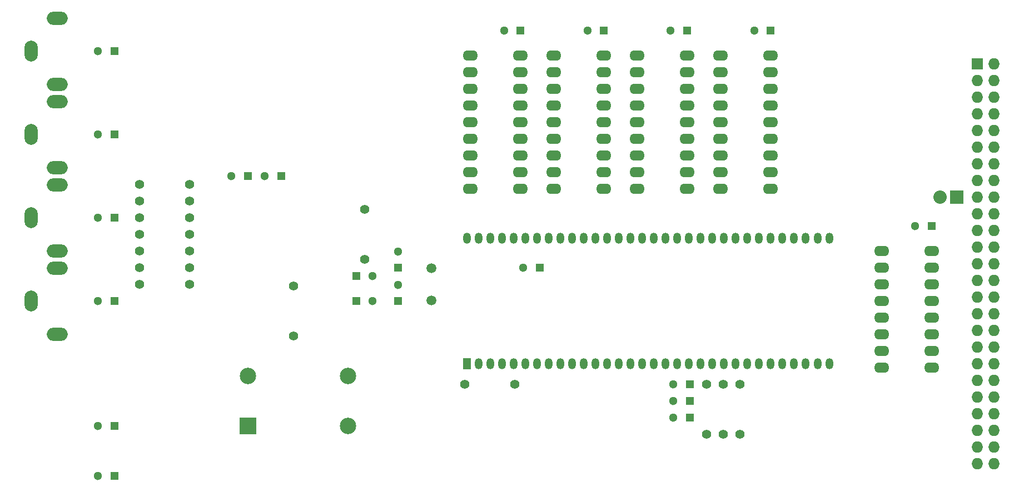
<source format=gbr>
G04 #@! TF.FileFunction,Soldermask,Bot*
%FSLAX46Y46*%
G04 Gerber Fmt 4.6, Leading zero omitted, Abs format (unit mm)*
G04 Created by KiCad (PCBNEW 4.0.2+dfsg1-stable) date Tue 27 Feb 2018 09:46:13 PM CET*
%MOMM*%
G01*
G04 APERTURE LIST*
%ADD10C,0.100000*%
%ADD11R,1.300000X1.300000*%
%ADD12C,1.300000*%
%ADD13R,1.727200X1.727200*%
%ADD14O,1.727200X1.727200*%
%ADD15R,2.032000X2.032000*%
%ADD16O,2.032000X2.032000*%
%ADD17O,3.197860X1.998980*%
%ADD18O,1.998980X3.197860*%
%ADD19R,1.200000X1.700000*%
%ADD20O,1.200000X1.700000*%
%ADD21O,2.300000X1.600000*%
%ADD22R,2.499360X2.499360*%
%ADD23C,2.499360*%
%ADD24C,1.501140*%
%ADD25C,1.397000*%
G04 APERTURE END LIST*
D10*
D11*
X127000000Y-96520000D03*
D12*
X127000000Y-94020000D03*
D13*
X215265000Y-65405000D03*
D14*
X217805000Y-65405000D03*
X215265000Y-67945000D03*
X217805000Y-67945000D03*
X215265000Y-70485000D03*
X217805000Y-70485000D03*
X215265000Y-73025000D03*
X217805000Y-73025000D03*
X215265000Y-75565000D03*
X217805000Y-75565000D03*
X215265000Y-78105000D03*
X217805000Y-78105000D03*
X215265000Y-80645000D03*
X217805000Y-80645000D03*
X215265000Y-83185000D03*
X217805000Y-83185000D03*
X215265000Y-85725000D03*
X217805000Y-85725000D03*
X215265000Y-88265000D03*
X217805000Y-88265000D03*
X215265000Y-90805000D03*
X217805000Y-90805000D03*
X215265000Y-93345000D03*
X217805000Y-93345000D03*
X215265000Y-95885000D03*
X217805000Y-95885000D03*
X215265000Y-98425000D03*
X217805000Y-98425000D03*
X215265000Y-100965000D03*
X217805000Y-100965000D03*
X215265000Y-103505000D03*
X217805000Y-103505000D03*
X215265000Y-106045000D03*
X217805000Y-106045000D03*
X215265000Y-108585000D03*
X217805000Y-108585000D03*
X215265000Y-111125000D03*
X217805000Y-111125000D03*
X215265000Y-113665000D03*
X217805000Y-113665000D03*
X215265000Y-116205000D03*
X217805000Y-116205000D03*
X215265000Y-118745000D03*
X217805000Y-118745000D03*
X215265000Y-121285000D03*
X217805000Y-121285000D03*
X215265000Y-123825000D03*
X217805000Y-123825000D03*
X215265000Y-126365000D03*
X217805000Y-126365000D03*
D11*
X127000000Y-101600000D03*
D12*
X127000000Y-99100000D03*
D11*
X183769000Y-60325000D03*
D12*
X181269000Y-60325000D03*
D11*
X158369000Y-60325000D03*
D12*
X155869000Y-60325000D03*
D11*
X171029000Y-60325000D03*
D12*
X168529000Y-60325000D03*
D11*
X145669000Y-60325000D03*
D12*
X143169000Y-60325000D03*
D11*
X208280000Y-90170000D03*
D12*
X205780000Y-90170000D03*
D11*
X148590000Y-96520000D03*
D12*
X146090000Y-96520000D03*
D11*
X171450000Y-116840000D03*
D12*
X168950000Y-116840000D03*
D11*
X171450000Y-114300000D03*
D12*
X168950000Y-114300000D03*
D11*
X120650000Y-101600000D03*
D12*
X123150000Y-101600000D03*
D11*
X171450000Y-119380000D03*
D12*
X168950000Y-119380000D03*
D11*
X120650000Y-97790000D03*
D12*
X123150000Y-97790000D03*
X81320000Y-120650000D03*
D11*
X83820000Y-120650000D03*
D12*
X81320000Y-63500000D03*
D11*
X83820000Y-63500000D03*
D12*
X81320000Y-128270000D03*
D11*
X83820000Y-128270000D03*
X104140000Y-82550000D03*
D12*
X101640000Y-82550000D03*
X81320000Y-76200000D03*
D11*
X83820000Y-76200000D03*
X109220000Y-82550000D03*
D12*
X106720000Y-82550000D03*
X81320000Y-88900000D03*
D11*
X83820000Y-88900000D03*
D12*
X81320000Y-101600000D03*
D11*
X83820000Y-101600000D03*
D15*
X212090000Y-85725000D03*
D16*
X209550000Y-85725000D03*
D17*
X75117960Y-68554600D03*
D18*
X71120000Y-63500000D03*
D17*
X75117960Y-58445400D03*
X75117960Y-81254600D03*
D18*
X71120000Y-76200000D03*
D17*
X75117960Y-71145400D03*
X75117960Y-93954600D03*
D18*
X71120000Y-88900000D03*
D17*
X75117960Y-83845400D03*
X75117960Y-106654600D03*
D18*
X71120000Y-101600000D03*
D17*
X75117960Y-96545400D03*
D19*
X137510000Y-111150400D03*
D20*
X139290000Y-111150400D03*
X141070000Y-111150400D03*
X142850000Y-111150400D03*
X144630000Y-111150400D03*
X146410000Y-111150400D03*
X148190000Y-111150400D03*
X149970000Y-111150400D03*
X151750000Y-111150400D03*
X153530000Y-111150400D03*
X155310000Y-111150400D03*
X157090000Y-111150400D03*
X158870000Y-111150400D03*
X160650000Y-111150400D03*
X162430000Y-111150400D03*
X164210000Y-111150400D03*
X165990000Y-111150400D03*
X167770000Y-111150400D03*
X169550000Y-111150400D03*
X171330000Y-111150400D03*
X173110000Y-111150400D03*
X174890000Y-111150400D03*
X176670000Y-111150400D03*
X178450000Y-111150400D03*
X180230000Y-111150400D03*
X182010000Y-111150400D03*
X183790000Y-111150400D03*
X185570000Y-111150400D03*
X187350000Y-111150400D03*
X189130000Y-111150400D03*
X190910000Y-111150400D03*
X192690000Y-111150400D03*
X192690000Y-92049600D03*
X190910000Y-92049600D03*
X189130000Y-92049600D03*
X187350000Y-92049600D03*
X185570000Y-92049600D03*
X183790000Y-92049600D03*
X182010000Y-92049600D03*
X180230000Y-92049600D03*
X178450000Y-92049600D03*
X176670000Y-92049600D03*
X174890000Y-92049600D03*
X173110000Y-92049600D03*
X171330000Y-92049600D03*
X169550000Y-92049600D03*
X167770000Y-92049600D03*
X165990000Y-92049600D03*
X164210000Y-92049600D03*
X162430000Y-92049600D03*
X160650000Y-92049600D03*
X158870000Y-92049600D03*
X157090000Y-92049600D03*
X155310000Y-92049600D03*
X153530000Y-92049600D03*
X151750000Y-92049600D03*
X149970000Y-92049600D03*
X148190000Y-92049600D03*
X146410000Y-92049600D03*
X144630000Y-92049600D03*
X142850000Y-92049600D03*
X141070000Y-92049600D03*
X139290000Y-92049600D03*
X137510000Y-92049600D03*
D21*
X183769000Y-84455000D03*
X183769000Y-81915000D03*
X183769000Y-79375000D03*
X183769000Y-76835000D03*
X183769000Y-74295000D03*
X183769000Y-71755000D03*
X183769000Y-69215000D03*
X183769000Y-66675000D03*
X183769000Y-64135000D03*
X176149000Y-64135000D03*
X176149000Y-66675000D03*
X176149000Y-69215000D03*
X176149000Y-71755000D03*
X176149000Y-74295000D03*
X176149000Y-76835000D03*
X176149000Y-79375000D03*
X176149000Y-81915000D03*
X176149000Y-84455000D03*
X158369000Y-84455000D03*
X158369000Y-81915000D03*
X158369000Y-79375000D03*
X158369000Y-76835000D03*
X158369000Y-74295000D03*
X158369000Y-71755000D03*
X158369000Y-69215000D03*
X158369000Y-66675000D03*
X158369000Y-64135000D03*
X150749000Y-64135000D03*
X150749000Y-66675000D03*
X150749000Y-69215000D03*
X150749000Y-71755000D03*
X150749000Y-74295000D03*
X150749000Y-76835000D03*
X150749000Y-79375000D03*
X150749000Y-81915000D03*
X150749000Y-84455000D03*
X171069000Y-84455000D03*
X171069000Y-81915000D03*
X171069000Y-79375000D03*
X171069000Y-76835000D03*
X171069000Y-74295000D03*
X171069000Y-71755000D03*
X171069000Y-69215000D03*
X171069000Y-66675000D03*
X171069000Y-64135000D03*
X163449000Y-64135000D03*
X163449000Y-66675000D03*
X163449000Y-69215000D03*
X163449000Y-71755000D03*
X163449000Y-74295000D03*
X163449000Y-76835000D03*
X163449000Y-79375000D03*
X163449000Y-81915000D03*
X163449000Y-84455000D03*
X145669000Y-84455000D03*
X145669000Y-81915000D03*
X145669000Y-79375000D03*
X145669000Y-76835000D03*
X145669000Y-74295000D03*
X145669000Y-71755000D03*
X145669000Y-69215000D03*
X145669000Y-66675000D03*
X145669000Y-64135000D03*
X138049000Y-64135000D03*
X138049000Y-66675000D03*
X138049000Y-69215000D03*
X138049000Y-71755000D03*
X138049000Y-74295000D03*
X138049000Y-76835000D03*
X138049000Y-79375000D03*
X138049000Y-81915000D03*
X138049000Y-84455000D03*
D22*
X104140000Y-120650000D03*
D23*
X119380000Y-120650000D03*
X119380000Y-113030000D03*
X104140000Y-113030000D03*
D24*
X132080000Y-101500940D03*
X132080000Y-96619060D03*
D25*
X173990000Y-121920000D03*
X173990000Y-114300000D03*
X176530000Y-121920000D03*
X176530000Y-114300000D03*
X179070000Y-121920000D03*
X179070000Y-114300000D03*
X111125000Y-106934000D03*
X111125000Y-99314000D03*
X144780000Y-114300000D03*
X137160000Y-114300000D03*
X95250000Y-83820000D03*
X87630000Y-83820000D03*
X95250000Y-86360000D03*
X87630000Y-86360000D03*
X95250000Y-88900000D03*
X87630000Y-88900000D03*
X95250000Y-91440000D03*
X87630000Y-91440000D03*
X121920000Y-87630000D03*
X121920000Y-95250000D03*
X95250000Y-96520000D03*
X87630000Y-96520000D03*
X95250000Y-99060000D03*
X87630000Y-99060000D03*
X95250000Y-93980000D03*
X87630000Y-93980000D03*
D21*
X200660000Y-93980000D03*
X200660000Y-96520000D03*
X200660000Y-99060000D03*
X200660000Y-101600000D03*
X200660000Y-104140000D03*
X200660000Y-106680000D03*
X200660000Y-109220000D03*
X200660000Y-111760000D03*
X208280000Y-111760000D03*
X208280000Y-109220000D03*
X208280000Y-106680000D03*
X208280000Y-104140000D03*
X208280000Y-101600000D03*
X208280000Y-99060000D03*
X208280000Y-96520000D03*
X208280000Y-93980000D03*
M02*

</source>
